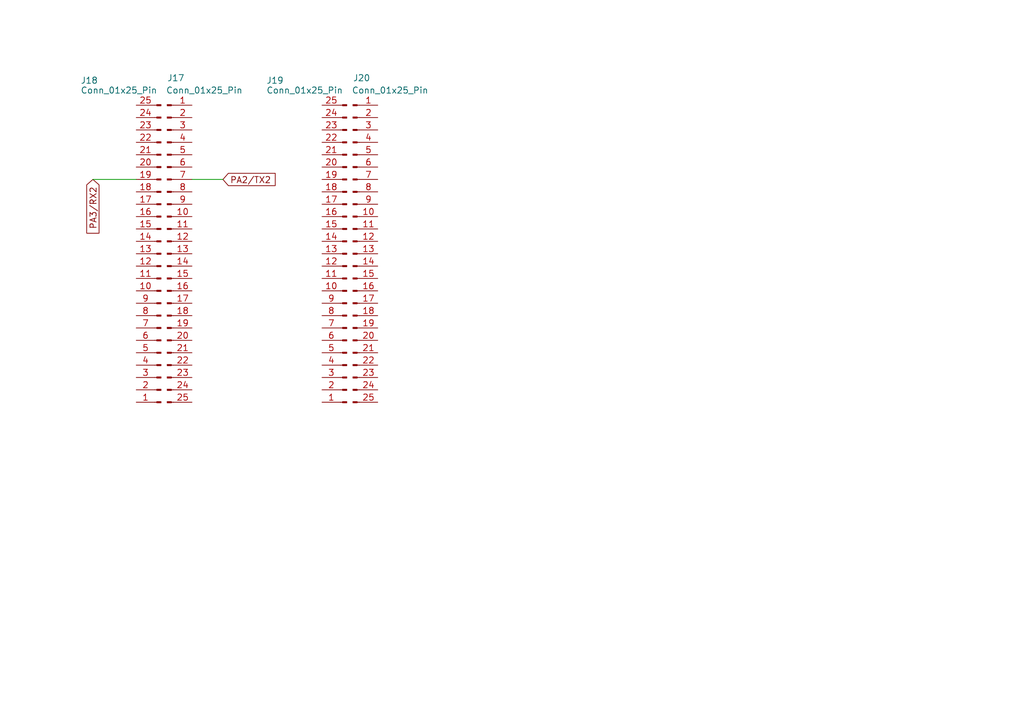
<source format=kicad_sch>
(kicad_sch (version 20231120) (generator "eeschema") (generator_version "8.0")
  (paper "A5")
  (title_block (title "Microcontrollers") (date "2024-04-24") (company "UPV") (comment 1 "Hazan Justine") (comment 2 "ESP32 + BoosterPack"))
  (lib_symbols
    (symbol "Connector:Conn_01x25_Pin" (pin_names (offset 1.016) hide)
      (property "Reference" "J" (at 0 33.02 0))
      (property "Value" "Conn_01x25_Pin" (at 0 -33.02 0))
      (symbol "Conn_01x25_Pin_1_1"
        (polyline (pts (xy 1.27 -30.48) (xy 0.8636 -30.48)) (stroke (width 0.1524)))
        (polyline (pts (xy 1.27 -27.94) (xy 0.8636 -27.94)) (stroke (width 0.1524)))
        (polyline (pts (xy 1.27 -25.4) (xy 0.8636 -25.4)) (stroke (width 0.1524)))
        (polyline (pts (xy 1.27 -22.86) (xy 0.8636 -22.86)) (stroke (width 0.1524)))
        (polyline (pts (xy 1.27 -20.32) (xy 0.8636 -20.32)) (stroke (width 0.1524)))
        (polyline (pts (xy 1.27 -17.78) (xy 0.8636 -17.78)) (stroke (width 0.1524)))
        (polyline (pts (xy 1.27 -15.24) (xy 0.8636 -15.24)) (stroke (width 0.1524)))
        (polyline (pts (xy 1.27 -12.7) (xy 0.8636 -12.7)) (stroke (width 0.1524)))
        (polyline (pts (xy 1.27 -10.16) (xy 0.8636 -10.16)) (stroke (width 0.1524)))
        (polyline (pts (xy 1.27 -7.62) (xy 0.8636 -7.62)) (stroke (width 0.1524)))
        (polyline (pts (xy 1.27 -5.08) (xy 0.8636 -5.08)) (stroke (width 0.1524)))
        (polyline (pts (xy 1.27 -2.54) (xy 0.8636 -2.54)) (stroke (width 0.1524)))
        (polyline (pts (xy 1.27 0) (xy 0.8636 0)) (stroke (width 0.1524)))
        (polyline (pts (xy 1.27 2.54) (xy 0.8636 2.54)) (stroke (width 0.1524)))
        (polyline (pts (xy 1.27 5.08) (xy 0.8636 5.08)) (stroke (width 0.1524)))
        (polyline (pts (xy 1.27 7.62) (xy 0.8636 7.62)) (stroke (width 0.1524)))
        (polyline (pts (xy 1.27 10.16) (xy 0.8636 10.16)) (stroke (width 0.1524)))
        (polyline (pts (xy 1.27 12.7) (xy 0.8636 12.7)) (stroke (width 0.1524)))
        (polyline (pts (xy 1.27 15.24) (xy 0.8636 15.24)) (stroke (width 0.1524)))
        (polyline (pts (xy 1.27 17.78) (xy 0.8636 17.78)) (stroke (width 0.1524)))
        (polyline (pts (xy 1.27 20.32) (xy 0.8636 20.32)) (stroke (width 0.1524)))
        (polyline (pts (xy 1.27 22.86) (xy 0.8636 22.86)) (stroke (width 0.1524)))
        (polyline (pts (xy 1.27 25.4) (xy 0.8636 25.4)) (stroke (width 0.1524)))
        (polyline (pts (xy 1.27 27.94) (xy 0.8636 27.94)) (stroke (width 0.1524)))
        (polyline (pts (xy 1.27 30.48) (xy 0.8636 30.48)) (stroke (width 0.1524)))
        (rectangle (start 0.8636 -30.353) (end 0 -30.607) (stroke (width 0.1524)) (fill (type outline)))
        (rectangle (start 0.8636 -27.813) (end 0 -28.067) (stroke (width 0.1524)) (fill (type outline)))
        (rectangle (start 0.8636 -25.273) (end 0 -25.527) (stroke (width 0.1524)) (fill (type outline)))
        (rectangle (start 0.8636 -22.733) (end 0 -22.987) (stroke (width 0.1524)) (fill (type outline)))
        (rectangle (start 0.8636 -20.193) (end 0 -20.447) (stroke (width 0.1524)) (fill (type outline)))
        (rectangle (start 0.8636 -17.653) (end 0 -17.907) (stroke (width 0.1524)) (fill (type outline)))
        (rectangle (start 0.8636 -15.113) (end 0 -15.367) (stroke (width 0.1524)) (fill (type outline)))
        (rectangle (start 0.8636 -12.573) (end 0 -12.827) (stroke (width 0.1524)) (fill (type outline)))
        (rectangle (start 0.8636 -10.033) (end 0 -10.287) (stroke (width 0.1524)) (fill (type outline)))
        (rectangle (start 0.8636 -7.493) (end 0 -7.747) (stroke (width 0.1524)) (fill (type outline)))
        (rectangle (start 0.8636 -4.953) (end 0 -5.207) (stroke (width 0.1524)) (fill (type outline)))
        (rectangle (start 0.8636 -2.413) (end 0 -2.667) (stroke (width 0.1524)) (fill (type outline)))
        (rectangle (start 0.8636 0.127) (end 0 -0.127) (stroke (width 0.1524)) (fill (type outline)))
        (rectangle (start 0.8636 2.667) (end 0 2.413) (stroke (width 0.1524)) (fill (type outline)))
        (rectangle (start 0.8636 5.207) (end 0 4.953) (stroke (width 0.1524)) (fill (type outline)))
        (rectangle (start 0.8636 7.747) (end 0 7.493) (stroke (width 0.1524)) (fill (type outline)))
        (rectangle (start 0.8636 10.287) (end 0 10.033) (stroke (width 0.1524)) (fill (type outline)))
        (rectangle (start 0.8636 12.827) (end 0 12.573) (stroke (width 0.1524)) (fill (type outline)))
        (rectangle (start 0.8636 15.367) (end 0 15.113) (stroke (width 0.1524)) (fill (type outline)))
        (rectangle (start 0.8636 17.907) (end 0 17.653) (stroke (width 0.1524)) (fill (type outline)))
        (rectangle (start 0.8636 20.447) (end 0 20.193) (stroke (width 0.1524)) (fill (type outline)))
        (rectangle (start 0.8636 22.987) (end 0 22.733) (stroke (width 0.1524)) (fill (type outline)))
        (rectangle (start 0.8636 25.527) (end 0 25.273) (stroke (width 0.1524)) (fill (type outline)))
        (rectangle (start 0.8636 28.067) (end 0 27.813) (stroke (width 0.1524)) (fill (type outline)))
        (rectangle (start 0.8636 30.607) (end 0 30.353) (stroke (width 0.1524)) (fill (type outline)))
        (pin passive line (at 5.08 30.48 180) (length 3.81) (name "Pin_1") (number "1"))
        (pin passive line (at 5.08 7.62 180) (length 3.81) (name "Pin_10") (number "10"))
        (pin passive line (at 5.08 5.08 180) (length 3.81) (name "Pin_11") (number "11"))
        (pin passive line (at 5.08 2.54 180) (length 3.81) (name "Pin_12") (number "12"))
        (pin passive line (at 5.08 0 180) (length 3.81) (name "Pin_13") (number "13"))
        (pin passive line (at 5.08 -2.54 180) (length 3.81) (name "Pin_14") (number "14"))
        (pin passive line (at 5.08 -5.08 180) (length 3.81) (name "Pin_15") (number "15"))
        (pin passive line (at 5.08 -7.62 180) (length 3.81) (name "Pin_16") (number "16"))
        (pin passive line (at 5.08 -10.16 180) (length 3.81) (name "Pin_17") (number "17"))
        (pin passive line (at 5.08 -12.7 180) (length 3.81) (name "Pin_18") (number "18"))
        (pin passive line (at 5.08 -15.24 180) (length 3.81) (name "Pin_19") (number "19"))
        (pin passive line (at 5.08 27.94 180) (length 3.81) (name "Pin_2") (number "2"))
        (pin passive line (at 5.08 -17.78 180) (length 3.81) (name "Pin_20") (number "20"))
        (pin passive line (at 5.08 -20.32 180) (length 3.81) (name "Pin_21") (number "21"))
        (pin passive line (at 5.08 -22.86 180) (length 3.81) (name "Pin_22") (number "22"))
        (pin passive line (at 5.08 -25.4 180) (length 3.81) (name "Pin_23") (number "23"))
        (pin passive line (at 5.08 -27.94 180) (length 3.81) (name "Pin_24") (number "24"))
        (pin passive line (at 5.08 -30.48 180) (length 3.81) (name "Pin_25") (number "25"))
        (pin passive line (at 5.08 25.4 180) (length 3.81) (name "Pin_3") (number "3"))
        (pin passive line (at 5.08 22.86 180) (length 3.81) (name "Pin_4") (number "4"))
        (pin passive line (at 5.08 20.32 180) (length 3.81) (name "Pin_5") (number "5"))
        (pin passive line (at 5.08 17.78 180) (length 3.81) (name "Pin_6") (number "6"))
        (pin passive line (at 5.08 15.24 180) (length 3.81) (name "Pin_7") (number "7"))
        (pin passive line (at 5.08 12.7 180) (length 3.81) (name "Pin_8") (number "8"))
        (pin passive line (at 5.08 10.16 180) (length 3.81) (name "Pin_9") (number "9"))
      )
    )
  )
  (wire (pts (xy 39.37 36.83) (xy 45.72 36.83)))
  (wire (pts (xy 19.05 36.83) (xy 27.94 36.83)))
  (global_label "PA3{slash}RX2" (shape input) (at 19.05 36.83 270) (property "Intersheetrefs" "${INTERSHEET_REFS}" (effects (hide yes))))
  (global_label "PA2{slash}TX2" (shape input) (at 45.72 36.83 0) (property "Intersheetrefs" "${INTERSHEET_REFS}" (effects (hide yes))))
  (symbol (lib_id "Connector:Conn_01x25_Pin") (at 71.12 52.07 180) (unit 1)
    (property "Reference" "J19" (at 54.61 16.51 0) (effects (justify right)))
    (property "Value" "Conn_01x25_Pin" (at 54.61 18.542 0) (effects (justify right)))
    (property "Description" "Generic connector, single row, 01x25, script generated" (effects (hide yes)))
  )
  (symbol (lib_id "Connector:Conn_01x25_Pin") (at 72.39 52.07 0) (unit 1)
    (property "Reference" "J20" (at 74.168 16.002 0))
    (property "Value" "Conn_01x25_Pin" (at 80.01 18.542 0))
    (property "Description" "Generic connector, single row, 01x25, script generated" (effects (hide yes)))
  )
  (symbol (lib_id "Connector:Conn_01x25_Pin") (at 33.02 52.07 180) (unit 1)
    (property "Reference" "J18" (at 16.51 16.51 0) (effects (justify right)))
    (property "Value" "Conn_01x25_Pin" (at 16.51 18.542 0) (effects (justify right)))
    (property "Description" "Generic connector, single row, 01x25, script generated" (effects (hide yes)))
  )
  (symbol (lib_id "Connector:Conn_01x25_Pin") (at 34.29 52.07 0) (unit 1)
    (property "Reference" "J17" (at 36.068 16.002 0))
    (property "Value" "Conn_01x25_Pin" (at 41.91 18.542 0))
    (property "Description" "Generic connector, single row, 01x25, script generated" (effects (hide yes)))
  )
)
</source>
